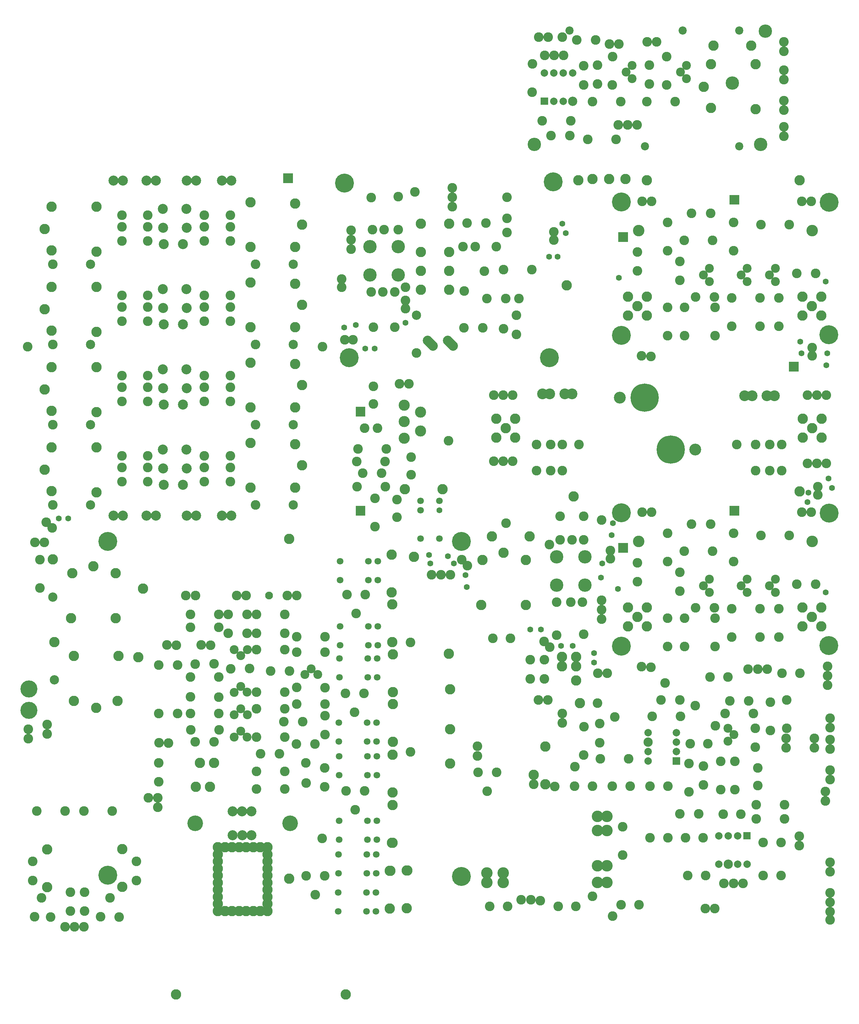
<source format=gbr>
%FSLAX34Y34*%
%MOMM*%
%LNSOLDERMASK_TOP*%
G71*
G01*
%ADD10C,2.600*%
%ADD11C,2.400*%
%ADD12C,2.800*%
%ADD13C,2.600*%
%ADD14C,5.100*%
%ADD15C,1.600*%
%ADD16C,3.100*%
%ADD17C,7.600*%
%ADD18C,3.200*%
%ADD19C,2.900*%
%ADD20C,2.600*%
%ADD21C,2.600*%
%ADD22C,2.400*%
%ADD23C,2.500*%
%ADD24C,2.600*%
%ADD25C,3.600*%
%ADD26C,2.800*%
%ADD27C,3.000*%
%ADD28C,1.800*%
%ADD29C,1.600*%
%ADD30C,2.000*%
%ADD31C,2.500*%
%ADD32C,2.700*%
%ADD33C,2.700*%
%ADD34C,4.600*%
%ADD35C,4.600*%
%ADD36C,4.200*%
%ADD37C,2.700*%
%ADD38C,2.800*%
%ADD39C,2.100*%
%ADD40C,2.200*%
%ADD41C,3.600*%
%LPD*%
X1323875Y1633344D02*
G54D10*
D03*
X1323925Y1709594D02*
G54D10*
D03*
X1242881Y1629944D02*
G54D10*
D03*
X1242994Y1578963D02*
G54D10*
D03*
X1357181Y1604544D02*
G54D10*
D03*
X1357293Y1553564D02*
G54D10*
D03*
X1323891Y1404744D02*
G54D10*
D03*
X1323941Y1480994D02*
G54D10*
D03*
X1444612Y1661358D02*
G54D10*
D03*
X1368362Y1661408D02*
G54D10*
D03*
X1369571Y1480994D02*
G54D10*
D03*
X1369521Y1404744D02*
G54D10*
D03*
X1501674Y1633343D02*
G54D10*
D03*
X1501724Y1709593D02*
G54D10*
D03*
X1399006Y1508828D02*
G54D10*
D03*
X1496571Y1506394D02*
G54D10*
D03*
X1496521Y1430144D02*
G54D10*
D03*
X1572771Y1506394D02*
G54D10*
D03*
X1572721Y1430144D02*
G54D10*
D03*
X1623571Y1506394D02*
G54D10*
D03*
X1623521Y1430144D02*
G54D10*
D03*
X1723042Y1572439D02*
G54D10*
D03*
X1672062Y1572326D02*
G54D10*
D03*
X1651588Y1703162D02*
G54D10*
D03*
X1575338Y1703212D02*
G54D10*
D03*
X1685620Y1766144D02*
G54D10*
D03*
X1711120Y1766144D02*
G54D10*
D03*
X1253821Y1350220D02*
G54D10*
D03*
X1436246Y1585769D02*
G54D11*
D03*
X1420346Y1568194D02*
G54D11*
D03*
X1436280Y1550578D02*
G54D11*
D03*
X1537846Y1585769D02*
G54D11*
D03*
X1521946Y1568194D02*
G54D11*
D03*
X1537880Y1550578D02*
G54D11*
D03*
X1614046Y1585769D02*
G54D11*
D03*
X1598146Y1568194D02*
G54D11*
D03*
X1614080Y1550578D02*
G54D11*
D03*
X1217146Y1509669D02*
G54D12*
D03*
X1267946Y1509669D02*
G54D12*
D03*
X1242546Y1484269D02*
G54D12*
D03*
X1267946Y1458869D02*
G54D12*
D03*
X1217146Y1458869D02*
G54D12*
D03*
X1687046Y1509669D02*
G54D12*
D03*
X1737846Y1509669D02*
G54D12*
D03*
X1712446Y1484269D02*
G54D12*
D03*
X1737846Y1458869D02*
G54D12*
D03*
X1687046Y1458869D02*
G54D12*
D03*
X1388572Y1733978D02*
G54D10*
D03*
X1439552Y1734091D02*
G54D10*
D03*
X1323891Y1404744D02*
G54D13*
D03*
X1199470Y1764362D02*
G54D14*
D03*
X1449806Y1508828D02*
G54D10*
D03*
X1452121Y1480994D02*
G54D10*
D03*
X1452071Y1404744D02*
G54D10*
D03*
X1255621Y1766144D02*
G54D10*
D03*
X1281121Y1766144D02*
G54D10*
D03*
G36*
X1191019Y1683317D02*
X1217019Y1683317D01*
X1217019Y1657317D01*
X1191019Y1657317D01*
X1191019Y1683317D01*
G37*
G36*
X1491019Y1783317D02*
X1517019Y1783317D01*
X1517019Y1757317D01*
X1491019Y1757317D01*
X1491019Y1783317D01*
G37*
X1192346Y1560369D02*
G54D15*
D03*
X1369521Y1404744D02*
G54D13*
D03*
X1452071Y1404744D02*
G54D13*
D03*
X1496521Y1430144D02*
G54D13*
D03*
X1572721Y1430144D02*
G54D13*
D03*
X1759302Y1763569D02*
G54D14*
D03*
X1199470Y1405588D02*
G54D14*
D03*
X1758666Y1407175D02*
G54D14*
D03*
X1278924Y1349028D02*
G54D10*
D03*
X1749946Y1549969D02*
G54D15*
D03*
X1249496Y1687369D02*
G54D15*
D03*
X1246320Y1687370D02*
G54D16*
D03*
X1713045Y1687370D02*
G54D16*
D03*
X1332096Y1098128D02*
G54D17*
D03*
X1262246Y1237828D02*
G54D17*
D03*
X1195571Y1237828D02*
G54D18*
D03*
X1398771Y1098128D02*
G54D18*
D03*
X986696Y1247928D02*
G54D19*
D03*
X1066696Y1247928D02*
G54D20*
D03*
X1531696Y1242928D02*
G54D20*
D03*
X1611696Y1242928D02*
G54D20*
D03*
X1066696Y1247928D02*
G54D19*
D03*
X1531696Y1242928D02*
G54D19*
D03*
X1611696Y1242928D02*
G54D12*
D03*
X1006696Y1247928D02*
G54D19*
D03*
X1046696Y1247928D02*
G54D19*
D03*
X1551696Y1242928D02*
G54D19*
D03*
X1591696Y1242928D02*
G54D19*
D03*
X862271Y1130328D02*
G54D12*
D03*
X862271Y1181128D02*
G54D12*
D03*
X887671Y1155728D02*
G54D12*
D03*
X913071Y1181128D02*
G54D12*
D03*
X913071Y1130328D02*
G54D12*
D03*
X862271Y1130328D02*
G54D21*
D03*
X913071Y1130328D02*
G54D13*
D03*
X1687771Y1130328D02*
G54D12*
D03*
X1687771Y1181128D02*
G54D12*
D03*
X1713171Y1155728D02*
G54D12*
D03*
X1738571Y1181128D02*
G54D12*
D03*
X1738571Y1130328D02*
G54D12*
D03*
X1687771Y1130328D02*
G54D21*
D03*
X1738571Y1130328D02*
G54D13*
D03*
G36*
X1650996Y1308478D02*
X1650996Y1334478D01*
X1676996Y1334478D01*
X1676996Y1308478D01*
X1650996Y1308478D01*
G37*
X1561228Y1041691D02*
G54D10*
D03*
X1561228Y1111541D02*
G54D10*
D03*
X1631078Y1041691D02*
G54D10*
D03*
X1631078Y1111541D02*
G54D10*
D03*
X1599328Y1111541D02*
G54D10*
D03*
X1599328Y1041691D02*
G54D10*
D03*
X1631079Y1041691D02*
G54D13*
D03*
X1631079Y1111541D02*
G54D13*
D03*
X970678Y1041691D02*
G54D10*
D03*
X970678Y1111541D02*
G54D10*
D03*
X1040528Y1041691D02*
G54D10*
D03*
X1040528Y1111542D02*
G54D10*
D03*
X1008778Y1111542D02*
G54D10*
D03*
X1008778Y1041692D02*
G54D10*
D03*
X1040529Y1041691D02*
G54D13*
D03*
X1040529Y1111542D02*
G54D13*
D03*
X1611696Y1242928D02*
G54D19*
D03*
X1084979Y1111541D02*
G54D21*
D03*
X1510429Y1111541D02*
G54D21*
D03*
X1751371Y1060503D02*
G54D21*
D03*
X1725971Y1060503D02*
G54D21*
D03*
X1700571Y1060503D02*
G54D21*
D03*
X906821Y1244653D02*
G54D21*
D03*
X881421Y1244653D02*
G54D21*
D03*
X856021Y1244653D02*
G54D21*
D03*
X1751371Y1244653D02*
G54D21*
D03*
X1725971Y1244653D02*
G54D21*
D03*
X1700571Y1244653D02*
G54D21*
D03*
X906821Y1066854D02*
G54D21*
D03*
X881421Y1066854D02*
G54D21*
D03*
X856021Y1066854D02*
G54D21*
D03*
X862271Y1181128D02*
G54D13*
D03*
X913071Y1181128D02*
G54D13*
D03*
X1687771Y1130328D02*
G54D13*
D03*
X1687771Y1181128D02*
G54D13*
D03*
X1738571Y1181128D02*
G54D13*
D03*
X1738571Y1130328D02*
G54D13*
D03*
X1323875Y796732D02*
G54D10*
D03*
X1323925Y872982D02*
G54D10*
D03*
X1242881Y793332D02*
G54D10*
D03*
X1242994Y742351D02*
G54D10*
D03*
X1357181Y767932D02*
G54D10*
D03*
X1357293Y716951D02*
G54D10*
D03*
X1323891Y568132D02*
G54D10*
D03*
X1323941Y644382D02*
G54D10*
D03*
X1444612Y824746D02*
G54D10*
D03*
X1368362Y824796D02*
G54D10*
D03*
X1369571Y644382D02*
G54D10*
D03*
X1369521Y568132D02*
G54D10*
D03*
X1501674Y796731D02*
G54D10*
D03*
X1501724Y872981D02*
G54D10*
D03*
X1399006Y672216D02*
G54D10*
D03*
X1496571Y669782D02*
G54D10*
D03*
X1496521Y593532D02*
G54D10*
D03*
X1572771Y669782D02*
G54D10*
D03*
X1572721Y593532D02*
G54D10*
D03*
X1623571Y669782D02*
G54D10*
D03*
X1623521Y593532D02*
G54D10*
D03*
X1723042Y735826D02*
G54D10*
D03*
X1672062Y735714D02*
G54D10*
D03*
X1651588Y866550D02*
G54D10*
D03*
X1575338Y866600D02*
G54D10*
D03*
X1685620Y929532D02*
G54D10*
D03*
X1711120Y929532D02*
G54D10*
D03*
X1253821Y513607D02*
G54D10*
D03*
X1436246Y749157D02*
G54D11*
D03*
X1420346Y731582D02*
G54D11*
D03*
X1436280Y713966D02*
G54D11*
D03*
X1537846Y749157D02*
G54D11*
D03*
X1521946Y731582D02*
G54D11*
D03*
X1537880Y713966D02*
G54D11*
D03*
X1614046Y749157D02*
G54D11*
D03*
X1598146Y731582D02*
G54D11*
D03*
X1614080Y713966D02*
G54D11*
D03*
X1217146Y673057D02*
G54D12*
D03*
X1267946Y673057D02*
G54D12*
D03*
X1242546Y647657D02*
G54D12*
D03*
X1267946Y622257D02*
G54D12*
D03*
X1217146Y622257D02*
G54D12*
D03*
X1687046Y673057D02*
G54D12*
D03*
X1737846Y673057D02*
G54D12*
D03*
X1712446Y647657D02*
G54D12*
D03*
X1737846Y622257D02*
G54D12*
D03*
X1687046Y622257D02*
G54D12*
D03*
X1388572Y897366D02*
G54D10*
D03*
X1439552Y897478D02*
G54D10*
D03*
X1323891Y568132D02*
G54D13*
D03*
X1199470Y927750D02*
G54D14*
D03*
X1449806Y672216D02*
G54D10*
D03*
X1452121Y644382D02*
G54D10*
D03*
X1452071Y568132D02*
G54D10*
D03*
X1255621Y929532D02*
G54D10*
D03*
X1281121Y929532D02*
G54D10*
D03*
G36*
X1191019Y846705D02*
X1217019Y846705D01*
X1217019Y820705D01*
X1191019Y820705D01*
X1191019Y846705D01*
G37*
G36*
X1491019Y946705D02*
X1517019Y946705D01*
X1517019Y920705D01*
X1491019Y920705D01*
X1491019Y946705D01*
G37*
X1369521Y568132D02*
G54D13*
D03*
X1452071Y568132D02*
G54D13*
D03*
X1496521Y593532D02*
G54D13*
D03*
X1572721Y593532D02*
G54D13*
D03*
X1759302Y926957D02*
G54D14*
D03*
X1199470Y568975D02*
G54D14*
D03*
X1758666Y570562D02*
G54D14*
D03*
X1278924Y512416D02*
G54D10*
D03*
X1749946Y713357D02*
G54D15*
D03*
X1249496Y850757D02*
G54D15*
D03*
X1246320Y850757D02*
G54D16*
D03*
X1713045Y850757D02*
G54D16*
D03*
X522446Y1567829D02*
G54D22*
D03*
X598646Y1567829D02*
G54D22*
D03*
X598646Y1644029D02*
G54D22*
D03*
X522446Y1644029D02*
G54D22*
D03*
X598558Y1779052D02*
G54D10*
D03*
X598558Y1690152D02*
G54D10*
D03*
X560458Y1690152D02*
G54D10*
D03*
X528708Y1690152D02*
G54D10*
D03*
X588914Y1427262D02*
G54D10*
D03*
X525415Y1522512D02*
G54D10*
D03*
X557164Y1522512D02*
G54D10*
D03*
X588914Y1522512D02*
G54D10*
D03*
X617397Y1534800D02*
G54D10*
D03*
X525414Y1776512D02*
G54D10*
D03*
X643008Y1791752D02*
G54D10*
D03*
X805436Y1644062D02*
G54D10*
D03*
X862586Y1644062D02*
G54D10*
D03*
X891286Y1720262D02*
G54D10*
D03*
X891286Y1777412D02*
G54D10*
D03*
X830236Y1578439D02*
G54D10*
D03*
X776284Y1524558D02*
G54D10*
D03*
X830236Y1578439D02*
G54D13*
D03*
X958012Y1582490D02*
G54D10*
D03*
X881762Y1582540D02*
G54D10*
D03*
X958012Y1582491D02*
G54D13*
D03*
X837186Y1504362D02*
G54D10*
D03*
X887986Y1504362D02*
G54D10*
D03*
X887986Y1504362D02*
G54D10*
D03*
X916593Y1408256D02*
G54D10*
D03*
X916481Y1459237D02*
G54D10*
D03*
X916593Y1408256D02*
G54D10*
D03*
X891286Y1682162D02*
G54D10*
D03*
X923036Y1504362D02*
G54D10*
D03*
X772416Y1644062D02*
G54D10*
D03*
X783336Y1707562D02*
G54D10*
D03*
X834136Y1707562D02*
G54D10*
D03*
X659640Y1706068D02*
G54D12*
D03*
X735840Y1706068D02*
G54D12*
D03*
X659640Y1629868D02*
G54D12*
D03*
X659640Y1579068D02*
G54D12*
D03*
X659640Y1528268D02*
G54D12*
D03*
X735840Y1629868D02*
G54D12*
D03*
X735840Y1579068D02*
G54D12*
D03*
X735840Y1528268D02*
G54D12*
D03*
X647139Y1357705D02*
G54D23*
D03*
X647139Y1459305D02*
G54D23*
D03*
X647139Y1357705D02*
G54D13*
D03*
X735840Y1706068D02*
G54D10*
D03*
X882091Y1423264D02*
G54D10*
D03*
X825871Y1425509D02*
G54D10*
D03*
X825871Y1425509D02*
G54D10*
D03*
X775071Y1425509D02*
G54D10*
D03*
G54D24*
X745255Y1377787D02*
X731113Y1391929D01*
G54D24*
X691280Y1377787D02*
X677138Y1391929D01*
X471046Y1688163D02*
G54D21*
D03*
X471046Y1662763D02*
G54D21*
D03*
X471046Y1637363D02*
G54D21*
D03*
X744096Y1802463D02*
G54D21*
D03*
X744096Y1777063D02*
G54D21*
D03*
X744096Y1751663D02*
G54D21*
D03*
X522446Y1644028D02*
G54D25*
D03*
X522446Y1567829D02*
G54D25*
D03*
X598646Y1567829D02*
G54D25*
D03*
X598646Y1644029D02*
G54D25*
D03*
X1100924Y809627D02*
G54D22*
D03*
X1024724Y809627D02*
G54D22*
D03*
X1024724Y733427D02*
G54D22*
D03*
X1100924Y733427D02*
G54D22*
D03*
X1024812Y598404D02*
G54D10*
D03*
X1024812Y687304D02*
G54D10*
D03*
X1062912Y687304D02*
G54D10*
D03*
X1094662Y687304D02*
G54D10*
D03*
X1097956Y918444D02*
G54D10*
D03*
X1034456Y918444D02*
G54D10*
D03*
X1097955Y854944D02*
G54D10*
D03*
X1066206Y854944D02*
G54D10*
D03*
X1034456Y854944D02*
G54D10*
D03*
X1005973Y842655D02*
G54D10*
D03*
X1097956Y600944D02*
G54D10*
D03*
X1145974Y641668D02*
G54D21*
D03*
X1145974Y667068D02*
G54D21*
D03*
X1145974Y692468D02*
G54D21*
D03*
X1145974Y908368D02*
G54D21*
D03*
X1100924Y733427D02*
G54D25*
D03*
X1100924Y809627D02*
G54D25*
D03*
X1024724Y809627D02*
G54D25*
D03*
X1024724Y733427D02*
G54D25*
D03*
X821716Y680046D02*
G54D12*
D03*
X824890Y800696D02*
G54D12*
D03*
X942366Y680046D02*
G54D12*
D03*
X942366Y800696D02*
G54D12*
D03*
X882041Y820159D02*
G54D12*
D03*
X824890Y800696D02*
G54D26*
D03*
X850737Y864278D02*
G54D12*
D03*
X952337Y864277D02*
G54D12*
D03*
X1039637Y540138D02*
G54D12*
D03*
X1039637Y514738D02*
G54D12*
D03*
X1077737Y514738D02*
G54D12*
D03*
X1077737Y476638D02*
G54D12*
D03*
X992232Y532131D02*
G54D10*
D03*
X992345Y481150D02*
G54D10*
D03*
X992232Y532130D02*
G54D10*
D03*
X992344Y481150D02*
G54D10*
D03*
X954132Y532131D02*
G54D10*
D03*
X954244Y481150D02*
G54D10*
D03*
X954132Y532130D02*
G54D10*
D03*
X954244Y481150D02*
G54D10*
D03*
X1077737Y540138D02*
G54D12*
D03*
X888704Y900087D02*
G54D10*
D03*
X850737Y864278D02*
G54D12*
D03*
X658695Y1198576D02*
G54D27*
D03*
X658695Y1147776D02*
G54D27*
D03*
X614245Y1173176D02*
G54D27*
D03*
X614245Y1128726D02*
G54D27*
D03*
X614245Y1217626D02*
G54D27*
D03*
X626945Y1274776D02*
G54D10*
D03*
X601545Y1274776D02*
G54D10*
D03*
X565860Y1100151D02*
G54D10*
D03*
X489610Y1100201D02*
G54D10*
D03*
X486918Y1065891D02*
G54D10*
D03*
X563168Y1065841D02*
G54D10*
D03*
X502852Y1034415D02*
G54D10*
D03*
X553832Y1034527D02*
G54D10*
D03*
X531695Y1268514D02*
G54D10*
D03*
X531695Y1220714D02*
G54D10*
D03*
X535305Y966890D02*
G54D10*
D03*
X535255Y890640D02*
G54D10*
D03*
X595195Y915826D02*
G54D10*
D03*
X595195Y963626D02*
G54D10*
D03*
X507751Y1155670D02*
G54D10*
D03*
X542851Y1155670D02*
G54D10*
D03*
X633295Y1030126D02*
G54D10*
D03*
X633295Y1077926D02*
G54D10*
D03*
X486973Y998244D02*
G54D10*
D03*
X563223Y998194D02*
G54D10*
D03*
X734170Y1121821D02*
G54D10*
D03*
X486918Y1065892D02*
G54D10*
D03*
X486973Y998244D02*
G54D10*
D03*
X595195Y915826D02*
G54D10*
D03*
X535255Y890640D02*
G54D10*
D03*
G36*
X509645Y1212846D02*
X509645Y1186846D01*
X483645Y1186846D01*
X483645Y1212846D01*
X509645Y1212846D01*
G37*
G36*
X509645Y946146D02*
X509645Y920146D01*
X483645Y920146D01*
X483645Y946146D01*
X509645Y946146D01*
G37*
X709495Y960364D02*
G54D28*
D03*
X709495Y934964D02*
G54D29*
D03*
X658695Y960364D02*
G54D29*
D03*
X658695Y934964D02*
G54D28*
D03*
X709495Y858764D02*
G54D29*
D03*
X658695Y858764D02*
G54D29*
D03*
X616277Y991130D02*
G54D12*
D03*
X717877Y991130D02*
G54D12*
D03*
X616277Y991130D02*
G54D12*
D03*
X739091Y761156D02*
G54D21*
D03*
X713691Y761156D02*
G54D21*
D03*
X688291Y761156D02*
G54D21*
D03*
X658695Y960364D02*
G54D28*
D03*
X709495Y858764D02*
G54D28*
D03*
X658695Y858764D02*
G54D28*
D03*
G36*
X1337608Y250026D02*
X1337608Y270026D01*
X1357608Y270026D01*
X1357608Y250026D01*
X1337608Y250026D01*
G37*
X1347608Y285426D02*
G54D30*
D03*
X1347608Y310826D02*
G54D30*
D03*
X1347608Y336226D02*
G54D30*
D03*
X1271408Y336226D02*
G54D30*
D03*
X1271408Y310826D02*
G54D30*
D03*
X1271409Y285426D02*
G54D30*
D03*
X1271408Y260026D02*
G54D30*
D03*
X1271408Y310826D02*
G54D31*
D03*
X1643358Y295388D02*
G54D10*
D03*
X1643358Y320887D02*
G54D10*
D03*
X1073369Y192051D02*
G54D10*
D03*
X1098264Y275636D02*
G54D10*
D03*
X1098314Y351886D02*
G54D10*
D03*
X963072Y197044D02*
G54D10*
D03*
X963072Y222544D02*
G54D10*
D03*
X1505329Y259328D02*
G54D10*
D03*
X1505278Y183078D02*
G54D10*
D03*
X1505329Y259328D02*
G54D10*
D03*
X1567213Y241394D02*
G54D10*
D03*
X1567213Y193594D02*
G54D10*
D03*
X1467228Y259328D02*
G54D10*
D03*
X1467178Y183078D02*
G54D10*
D03*
X1467229Y259328D02*
G54D10*
D03*
X1486884Y313101D02*
G54D11*
D03*
X1502784Y330676D02*
G54D11*
D03*
X1486849Y348292D02*
G54D11*
D03*
X1560257Y347894D02*
G54D10*
D03*
X1560369Y296914D02*
G54D10*
D03*
X1560257Y347894D02*
G54D10*
D03*
X1555327Y388022D02*
G54D10*
D03*
X1479077Y388072D02*
G54D10*
D03*
X1555327Y388022D02*
G54D10*
D03*
X1542294Y421994D02*
G54D10*
D03*
X1491314Y421882D02*
G54D10*
D03*
X1542294Y421994D02*
G54D10*
D03*
X1420557Y246294D02*
G54D10*
D03*
X1420669Y195314D02*
G54D10*
D03*
X1420557Y246294D02*
G54D10*
D03*
X1567213Y241394D02*
G54D10*
D03*
X1555327Y388022D02*
G54D10*
D03*
X1542294Y421994D02*
G54D10*
D03*
X1600579Y418078D02*
G54D10*
D03*
X1600529Y341828D02*
G54D10*
D03*
X1600579Y418078D02*
G54D10*
D03*
X1600579Y418078D02*
G54D10*
D03*
X1420557Y246295D02*
G54D10*
D03*
X1384519Y306351D02*
G54D10*
D03*
X1432319Y306351D02*
G54D10*
D03*
X1398763Y408750D02*
G54D10*
D03*
X1452645Y354798D02*
G54D10*
D03*
X1398764Y408750D02*
G54D10*
D03*
X1398764Y408750D02*
G54D10*
D03*
X1358702Y379851D02*
G54D10*
D03*
X1282452Y379901D02*
G54D10*
D03*
X1306205Y423777D02*
G54D10*
D03*
X1357186Y423889D02*
G54D10*
D03*
X1306206Y423776D02*
G54D10*
D03*
X1358702Y379851D02*
G54D10*
D03*
X1357186Y423889D02*
G54D10*
D03*
X1174969Y192051D02*
G54D10*
D03*
X1222769Y192051D02*
G54D10*
D03*
X1073369Y192051D02*
G54D10*
D03*
X1121169Y192051D02*
G54D10*
D03*
X1276569Y192052D02*
G54D10*
D03*
X1324369Y192051D02*
G54D10*
D03*
X1276569Y192052D02*
G54D10*
D03*
X1381504Y252978D02*
G54D10*
D03*
X1381454Y176728D02*
G54D10*
D03*
X1381504Y252978D02*
G54D10*
D03*
X1219002Y265551D02*
G54D10*
D03*
X1142752Y265601D02*
G54D10*
D03*
X1219002Y265551D02*
G54D10*
D03*
X1141423Y309425D02*
G54D10*
D03*
X1141311Y360405D02*
G54D10*
D03*
X1141423Y309426D02*
G54D10*
D03*
X1141311Y360406D02*
G54D10*
D03*
X1181684Y378301D02*
G54D10*
D03*
X1087668Y415719D02*
G54D10*
D03*
X1135468Y415719D02*
G54D10*
D03*
X1098264Y275636D02*
G54D10*
D03*
X1074146Y244838D02*
G54D10*
D03*
X1020194Y190957D02*
G54D10*
D03*
X1074146Y244838D02*
G54D10*
D03*
X1644970Y424332D02*
G54D10*
D03*
X1087668Y415719D02*
G54D12*
D03*
X994794Y298906D02*
G54D12*
D03*
X994793Y197307D02*
G54D12*
D03*
X994794Y298906D02*
G54D12*
D03*
X963072Y222544D02*
G54D12*
D03*
X1644970Y424332D02*
G54D10*
D03*
X1644920Y348082D02*
G54D10*
D03*
X1644971Y424332D02*
G54D10*
D03*
X1644970Y424332D02*
G54D10*
D03*
X1600579Y418078D02*
G54D10*
D03*
X1542294Y421994D02*
G54D10*
D03*
X1555327Y388022D02*
G54D10*
D03*
X1398763Y408750D02*
G54D10*
D03*
X1358702Y379851D02*
G54D10*
D03*
X1357186Y423889D02*
G54D10*
D03*
X1567213Y241394D02*
G54D10*
D03*
X1181684Y378301D02*
G54D10*
D03*
X1276569Y192052D02*
G54D10*
D03*
X1073369Y192051D02*
G54D10*
D03*
X1074146Y244838D02*
G54D10*
D03*
X1098264Y275636D02*
G54D10*
D03*
X994794Y298906D02*
G54D10*
D03*
X1719608Y295337D02*
G54D10*
D03*
X1643358Y295388D02*
G54D10*
D03*
X1719608Y320837D02*
G54D10*
D03*
X1643358Y320887D02*
G54D10*
D03*
X-76296Y1011677D02*
G54D10*
D03*
X-146146Y1011677D02*
G54D10*
D03*
X-76296Y1081527D02*
G54D10*
D03*
X-146146Y1081527D02*
G54D10*
D03*
X-146146Y1049777D02*
G54D10*
D03*
X-76296Y1049777D02*
G54D10*
D03*
X-32888Y1002906D02*
G54D32*
D03*
X18094Y1003018D02*
G54D32*
D03*
X145954Y1011677D02*
G54D10*
D03*
X76104Y1011677D02*
G54D10*
D03*
X145954Y1081527D02*
G54D10*
D03*
X76104Y1081527D02*
G54D10*
D03*
X76104Y1049777D02*
G54D10*
D03*
X145954Y1049777D02*
G54D10*
D03*
X28177Y1047004D02*
G54D10*
D03*
X28064Y1097984D02*
G54D10*
D03*
X-35323Y1047004D02*
G54D10*
D03*
X-35436Y1097984D02*
G54D10*
D03*
X145954Y1081527D02*
G54D13*
D03*
X76104Y1081527D02*
G54D13*
D03*
X28064Y1097985D02*
G54D33*
D03*
X-35436Y1097985D02*
G54D13*
D03*
X-76296Y1081527D02*
G54D13*
D03*
X-146146Y1081527D02*
G54D13*
D03*
X-35323Y1047004D02*
G54D32*
D03*
X-35436Y1097984D02*
G54D32*
D03*
X28064Y1097984D02*
G54D32*
D03*
X28177Y1047004D02*
G54D32*
D03*
X200167Y1115969D02*
G54D12*
D03*
X320817Y1112795D02*
G54D12*
D03*
X200167Y995319D02*
G54D12*
D03*
X320817Y995319D02*
G54D12*
D03*
X339630Y1055644D02*
G54D12*
D03*
X213674Y949040D02*
G54D23*
D03*
X315274Y949040D02*
G54D23*
D03*
X320817Y1112795D02*
G54D12*
D03*
X-214828Y983230D02*
G54D12*
D03*
X-335478Y986404D02*
G54D12*
D03*
X-214828Y1103881D02*
G54D12*
D03*
X-335478Y1103881D02*
G54D12*
D03*
X-354290Y1043556D02*
G54D12*
D03*
X-335477Y986404D02*
G54D12*
D03*
X-335478Y1103881D02*
G54D12*
D03*
X-332426Y949040D02*
G54D23*
D03*
X-230826Y949040D02*
G54D23*
D03*
X213674Y949040D02*
G54D10*
D03*
X-332426Y949040D02*
G54D10*
D03*
X-76296Y1227577D02*
G54D10*
D03*
X-146146Y1227577D02*
G54D10*
D03*
X-76296Y1297427D02*
G54D10*
D03*
X-146146Y1297427D02*
G54D10*
D03*
X-146146Y1265677D02*
G54D10*
D03*
X-76296Y1265677D02*
G54D10*
D03*
X-32888Y1218806D02*
G54D32*
D03*
X18094Y1218918D02*
G54D32*
D03*
X145954Y1227577D02*
G54D10*
D03*
X76104Y1227577D02*
G54D10*
D03*
X145954Y1297427D02*
G54D10*
D03*
X76104Y1297427D02*
G54D10*
D03*
X76104Y1265677D02*
G54D10*
D03*
X145954Y1265677D02*
G54D10*
D03*
X28177Y1262904D02*
G54D10*
D03*
X28064Y1313884D02*
G54D10*
D03*
X-35323Y1262904D02*
G54D10*
D03*
X-35436Y1313884D02*
G54D10*
D03*
X145954Y1297427D02*
G54D13*
D03*
X76104Y1297427D02*
G54D13*
D03*
X28064Y1313885D02*
G54D33*
D03*
X-35436Y1313885D02*
G54D13*
D03*
X-76296Y1297427D02*
G54D13*
D03*
X-146146Y1297427D02*
G54D13*
D03*
X-35323Y1262904D02*
G54D32*
D03*
X-35436Y1313884D02*
G54D32*
D03*
X28064Y1313884D02*
G54D32*
D03*
X28177Y1262904D02*
G54D32*
D03*
X200167Y1331869D02*
G54D12*
D03*
X320817Y1328695D02*
G54D12*
D03*
X200167Y1211219D02*
G54D12*
D03*
X320817Y1211219D02*
G54D12*
D03*
X339630Y1271544D02*
G54D12*
D03*
X213674Y1164940D02*
G54D23*
D03*
X315274Y1164940D02*
G54D23*
D03*
X320817Y1328695D02*
G54D12*
D03*
X-214828Y1199130D02*
G54D12*
D03*
X-335478Y1202304D02*
G54D12*
D03*
X-214828Y1319780D02*
G54D12*
D03*
X-335478Y1319780D02*
G54D12*
D03*
X-354290Y1259456D02*
G54D12*
D03*
X-335477Y1202304D02*
G54D12*
D03*
X-335478Y1319780D02*
G54D12*
D03*
X-332426Y1164940D02*
G54D23*
D03*
X-230826Y1164940D02*
G54D23*
D03*
X213674Y1164940D02*
G54D10*
D03*
X-332426Y1164940D02*
G54D10*
D03*
X-76296Y1443477D02*
G54D10*
D03*
X-146146Y1443477D02*
G54D10*
D03*
X-76296Y1513327D02*
G54D10*
D03*
X-146146Y1513327D02*
G54D10*
D03*
X-146146Y1481577D02*
G54D10*
D03*
X-76296Y1481577D02*
G54D10*
D03*
X-32888Y1434706D02*
G54D32*
D03*
X18094Y1434818D02*
G54D32*
D03*
X145954Y1443477D02*
G54D10*
D03*
X76104Y1443477D02*
G54D10*
D03*
X145954Y1513327D02*
G54D10*
D03*
X76104Y1513327D02*
G54D10*
D03*
X76104Y1481577D02*
G54D10*
D03*
X145954Y1481577D02*
G54D10*
D03*
X28177Y1478804D02*
G54D10*
D03*
X28064Y1529784D02*
G54D10*
D03*
X-35323Y1478804D02*
G54D10*
D03*
X-35436Y1529784D02*
G54D10*
D03*
X145954Y1513327D02*
G54D13*
D03*
X76104Y1513327D02*
G54D13*
D03*
X28064Y1529785D02*
G54D33*
D03*
X-35436Y1529785D02*
G54D13*
D03*
X-76296Y1513327D02*
G54D13*
D03*
X-146146Y1513327D02*
G54D13*
D03*
X-35323Y1478804D02*
G54D32*
D03*
X-35436Y1529784D02*
G54D32*
D03*
X28064Y1529784D02*
G54D32*
D03*
X28177Y1478804D02*
G54D32*
D03*
X200167Y1547769D02*
G54D12*
D03*
X320817Y1544595D02*
G54D12*
D03*
X200167Y1427119D02*
G54D12*
D03*
X320817Y1427119D02*
G54D12*
D03*
X339630Y1487444D02*
G54D12*
D03*
X213674Y1380839D02*
G54D23*
D03*
X315274Y1380840D02*
G54D23*
D03*
X320817Y1544595D02*
G54D12*
D03*
X-214828Y1415030D02*
G54D12*
D03*
X-335477Y1418204D02*
G54D12*
D03*
X-214828Y1535680D02*
G54D12*
D03*
X-335478Y1535680D02*
G54D12*
D03*
X-354290Y1475356D02*
G54D12*
D03*
X-335477Y1418204D02*
G54D12*
D03*
X-335478Y1535680D02*
G54D12*
D03*
X-332426Y1380839D02*
G54D23*
D03*
X-230826Y1380840D02*
G54D23*
D03*
X213674Y1380840D02*
G54D10*
D03*
X-332426Y1380839D02*
G54D10*
D03*
X-76296Y1659377D02*
G54D10*
D03*
X-146146Y1659377D02*
G54D10*
D03*
X-76296Y1729227D02*
G54D10*
D03*
X-146146Y1729227D02*
G54D10*
D03*
X-146146Y1697477D02*
G54D10*
D03*
X-76296Y1697477D02*
G54D10*
D03*
X-32888Y1650606D02*
G54D32*
D03*
X18093Y1650718D02*
G54D32*
D03*
X145954Y1659377D02*
G54D10*
D03*
X76104Y1659377D02*
G54D10*
D03*
X145954Y1729227D02*
G54D10*
D03*
X76104Y1729227D02*
G54D10*
D03*
X76104Y1697477D02*
G54D10*
D03*
X145954Y1697477D02*
G54D10*
D03*
X28177Y1694704D02*
G54D10*
D03*
X28064Y1745684D02*
G54D10*
D03*
X-35323Y1694704D02*
G54D10*
D03*
X-35436Y1745684D02*
G54D10*
D03*
X145954Y1729227D02*
G54D13*
D03*
X76104Y1729227D02*
G54D13*
D03*
X28064Y1745685D02*
G54D33*
D03*
X-35436Y1745685D02*
G54D13*
D03*
X-76296Y1729227D02*
G54D13*
D03*
X-146146Y1729227D02*
G54D13*
D03*
X-35323Y1694704D02*
G54D32*
D03*
X-35436Y1745684D02*
G54D32*
D03*
X28064Y1745684D02*
G54D32*
D03*
X28177Y1694704D02*
G54D32*
D03*
X200167Y1763669D02*
G54D12*
D03*
X320817Y1760495D02*
G54D12*
D03*
X200167Y1643019D02*
G54D12*
D03*
X320817Y1643019D02*
G54D12*
D03*
X339630Y1703344D02*
G54D12*
D03*
X213674Y1596740D02*
G54D23*
D03*
X315274Y1596740D02*
G54D23*
D03*
X320817Y1760495D02*
G54D12*
D03*
X-214828Y1630930D02*
G54D12*
D03*
X-335478Y1634104D02*
G54D12*
D03*
X-214828Y1751580D02*
G54D12*
D03*
X-335478Y1751580D02*
G54D12*
D03*
X-354290Y1691256D02*
G54D12*
D03*
X-335477Y1634104D02*
G54D12*
D03*
X-335478Y1751580D02*
G54D12*
D03*
X-332426Y1596739D02*
G54D23*
D03*
X-230826Y1596740D02*
G54D23*
D03*
X213674Y1596740D02*
G54D10*
D03*
X-332426Y1596740D02*
G54D10*
D03*
X148828Y920004D02*
G54D32*
D03*
X148828Y920004D02*
G54D32*
D03*
X123427Y920004D02*
G54D32*
D03*
X53578Y920004D02*
G54D32*
D03*
X53578Y920004D02*
G54D32*
D03*
X28177Y920004D02*
G54D32*
D03*
X-54372Y920004D02*
G54D32*
D03*
X-54372Y920004D02*
G54D32*
D03*
X-79773Y920004D02*
G54D32*
D03*
X-143272Y920004D02*
G54D32*
D03*
X-143272Y920004D02*
G54D32*
D03*
X-168673Y920004D02*
G54D32*
D03*
X148828Y1821704D02*
G54D32*
D03*
X148828Y1821704D02*
G54D32*
D03*
X123427Y1821704D02*
G54D32*
D03*
X53578Y1821704D02*
G54D32*
D03*
X53578Y1821704D02*
G54D32*
D03*
X28177Y1821704D02*
G54D32*
D03*
X-54372Y1821704D02*
G54D32*
D03*
X-54372Y1821704D02*
G54D32*
D03*
X-79773Y1821704D02*
G54D32*
D03*
X-143272Y1821704D02*
G54D32*
D03*
X-143272Y1821704D02*
G54D32*
D03*
X-168673Y1821704D02*
G54D32*
D03*
X-399908Y1375174D02*
G54D21*
D03*
X393842Y1375174D02*
G54D21*
D03*
X1005794Y1345262D02*
G54D14*
D03*
X1015320Y1818338D02*
G54D14*
D03*
X1015320Y1818338D02*
G54D14*
D03*
X466044Y1345262D02*
G54D14*
D03*
X453344Y1815162D02*
G54D14*
D03*
X-155009Y542488D02*
G54D12*
D03*
X-158183Y421838D02*
G54D12*
D03*
X-275659Y542488D02*
G54D12*
D03*
X-275658Y421838D02*
G54D12*
D03*
X-215334Y403026D02*
G54D12*
D03*
X-396308Y396438D02*
G54D34*
D03*
X-283208Y644357D02*
G54D12*
D03*
X-280034Y765007D02*
G54D12*
D03*
X-162559Y644357D02*
G54D12*
D03*
X-162559Y765007D02*
G54D12*
D03*
X-222883Y784294D02*
G54D12*
D03*
X-328288Y579781D02*
G54D23*
D03*
X-328288Y478181D02*
G54D23*
D03*
X-328288Y579781D02*
G54D10*
D03*
X-328288Y579781D02*
G54D12*
D03*
X-332086Y802976D02*
G54D23*
D03*
X-332086Y701376D02*
G54D23*
D03*
X-332086Y802976D02*
G54D10*
D03*
X-332086Y802976D02*
G54D12*
D03*
X-158183Y421838D02*
G54D12*
D03*
X-162559Y765007D02*
G54D12*
D03*
X-396308Y453588D02*
G54D35*
D03*
X1071148Y971778D02*
G54D12*
D03*
X-280034Y765007D02*
G54D12*
D03*
X-162559Y765007D02*
G54D12*
D03*
X-183798Y850757D02*
G54D14*
D03*
X768702Y850757D02*
G54D14*
D03*
X-183798Y-47768D02*
G54D14*
D03*
X768702Y-50943D02*
G54D14*
D03*
X852757Y590438D02*
G54D10*
D03*
X900557Y590437D02*
G54D10*
D03*
X852757Y590438D02*
G54D10*
D03*
X1748654Y177997D02*
G54D21*
D03*
X1761354Y374847D02*
G54D21*
D03*
X1761354Y349447D02*
G54D21*
D03*
X1761354Y-12503D02*
G54D21*
D03*
X1761354Y-37903D02*
G54D21*
D03*
X1761354Y235147D02*
G54D21*
D03*
X1761354Y209747D02*
G54D21*
D03*
X-396308Y453588D02*
G54D10*
D03*
X734735Y548256D02*
G54D12*
D03*
X737910Y453006D02*
G54D12*
D03*
X737910Y345056D02*
G54D12*
D03*
X737910Y252981D02*
G54D12*
D03*
X307340Y92518D02*
G54D36*
D03*
X51641Y92418D02*
G54D36*
D03*
X152366Y124343D02*
G54D37*
D03*
X177740Y124218D02*
G54D37*
D03*
X203184Y124243D02*
G54D37*
D03*
X400446Y190602D02*
G54D10*
D03*
X400271Y241594D02*
G54D10*
D03*
X102516Y254468D02*
G54D38*
D03*
X53116Y190368D02*
G54D38*
D03*
X91115Y190368D02*
G54D38*
D03*
X64415Y254468D02*
G54D38*
D03*
X-46759Y203618D02*
G54D10*
D03*
X-46884Y254534D02*
G54D10*
D03*
X216766Y232193D02*
G54D10*
D03*
X293016Y232143D02*
G54D10*
D03*
X-49334Y135493D02*
G54D10*
D03*
X-49334Y160993D02*
G54D10*
D03*
X216766Y184568D02*
G54D10*
D03*
X293015Y184518D02*
G54D10*
D03*
X191366Y603668D02*
G54D10*
D03*
X140449Y603543D02*
G54D10*
D03*
X156440Y559218D02*
G54D11*
D03*
X174016Y543318D02*
G54D11*
D03*
X191632Y559253D02*
G54D11*
D03*
X162791Y705268D02*
G54D10*
D03*
X188216Y705318D02*
G54D10*
D03*
X216766Y559218D02*
G54D10*
D03*
X292941Y559218D02*
G54D10*
D03*
X38966Y619543D02*
G54D10*
D03*
X115216Y619493D02*
G54D10*
D03*
X197716Y508418D02*
G54D10*
D03*
X146799Y508293D02*
G54D10*
D03*
X191366Y444918D02*
G54D11*
D03*
X173766Y460818D02*
G54D11*
D03*
X156174Y444884D02*
G54D11*
D03*
X191740Y384518D02*
G54D11*
D03*
X173766Y400493D02*
G54D11*
D03*
X156174Y384558D02*
G54D11*
D03*
X216766Y444918D02*
G54D10*
D03*
X292941Y444918D02*
G54D10*
D03*
X191365Y324218D02*
G54D11*
D03*
X173766Y340168D02*
G54D11*
D03*
X156174Y324233D02*
G54D11*
D03*
X38965Y387768D02*
G54D10*
D03*
X115216Y387718D02*
G54D10*
D03*
X39174Y343589D02*
G54D10*
D03*
X115424Y343539D02*
G54D10*
D03*
X216766Y324268D02*
G54D10*
D03*
X293040Y324218D02*
G54D10*
D03*
X278086Y279478D02*
G54D10*
D03*
X227170Y279353D02*
G54D10*
D03*
X216766Y400468D02*
G54D10*
D03*
X293016Y400418D02*
G54D10*
D03*
X374041Y305618D02*
G54D21*
D03*
X349057Y254686D02*
G54D21*
D03*
X324158Y305732D02*
G54D21*
D03*
X381866Y492543D02*
G54D11*
D03*
X364065Y508343D02*
G54D11*
D03*
X346675Y492508D02*
G54D11*
D03*
X26265Y705268D02*
G54D10*
D03*
X51840Y705218D02*
G54D10*
D03*
X324716Y594143D02*
G54D10*
D03*
X400966Y594093D02*
G54D10*
D03*
X324716Y552868D02*
G54D10*
D03*
X400966Y552818D02*
G54D10*
D03*
X305666Y502068D02*
G54D10*
D03*
X254749Y501943D02*
G54D10*
D03*
X324716Y457618D02*
G54D10*
D03*
X400966Y457568D02*
G54D10*
D03*
X400866Y330593D02*
G54D10*
D03*
X400753Y381574D02*
G54D10*
D03*
X400915Y413168D02*
G54D10*
D03*
X324640Y413218D02*
G54D10*
D03*
X-24484Y571943D02*
G54D10*
D03*
X378Y571630D02*
G54D10*
D03*
X4040Y387768D02*
G54D10*
D03*
X-46934Y387618D02*
G54D10*
D03*
X38965Y432218D02*
G54D10*
D03*
X115216Y432168D02*
G54D10*
D03*
X102466Y311568D02*
G54D10*
D03*
X51490Y311418D02*
G54D10*
D03*
X-20934Y308418D02*
G54D10*
D03*
X-46234Y308718D02*
G54D10*
D03*
X4040Y517943D02*
G54D10*
D03*
X-46934Y517843D02*
G54D10*
D03*
X324716Y705268D02*
G54D10*
D03*
X299240Y705268D02*
G54D10*
D03*
X38965Y486193D02*
G54D10*
D03*
X115216Y486143D02*
G54D10*
D03*
X102440Y521143D02*
G54D10*
D03*
X51540Y520943D02*
G54D10*
D03*
X67540Y571918D02*
G54D10*
D03*
X92440Y571618D02*
G54D10*
D03*
X216765Y603668D02*
G54D10*
D03*
X292940Y603668D02*
G54D10*
D03*
X216766Y654468D02*
G54D10*
D03*
X292940Y654518D02*
G54D10*
D03*
X38940Y654518D02*
G54D10*
D03*
X115141Y654518D02*
G54D10*
D03*
X191366Y654468D02*
G54D10*
D03*
X140449Y654343D02*
G54D10*
D03*
X249990Y705268D02*
G54D39*
D03*
X290066Y365854D02*
G54D10*
D03*
X341046Y365966D02*
G54D10*
D03*
X350165Y200393D02*
G54D10*
D03*
X203240Y59918D02*
G54D37*
D03*
X177940Y60118D02*
G54D37*
D03*
X152453Y60050D02*
G54D37*
D03*
X540490Y48607D02*
G54D29*
D03*
X515090Y48607D02*
G54D29*
D03*
X540490Y99407D02*
G54D29*
D03*
X515090Y99407D02*
G54D29*
D03*
X438890Y48607D02*
G54D28*
D03*
X438890Y99407D02*
G54D29*
D03*
X583099Y39724D02*
G54D12*
D03*
X583099Y141324D02*
G54D12*
D03*
X581115Y39724D02*
G54D12*
D03*
X540490Y222042D02*
G54D29*
D03*
X515090Y222042D02*
G54D29*
D03*
X540490Y272842D02*
G54D29*
D03*
X515090Y272842D02*
G54D29*
D03*
X438890Y222042D02*
G54D29*
D03*
X438890Y272842D02*
G54D29*
D03*
X507390Y179412D02*
G54D21*
D03*
X482407Y128480D02*
G54D21*
D03*
X457508Y179526D02*
G54D21*
D03*
X542872Y571292D02*
G54D29*
D03*
X517472Y571292D02*
G54D29*
D03*
X542872Y622092D02*
G54D29*
D03*
X517472Y622092D02*
G54D29*
D03*
X441272Y571292D02*
G54D29*
D03*
X441272Y622092D02*
G54D29*
D03*
X542872Y746710D02*
G54D29*
D03*
X517472Y746710D02*
G54D29*
D03*
X542872Y797510D02*
G54D29*
D03*
X517472Y797510D02*
G54D29*
D03*
X441272Y746710D02*
G54D29*
D03*
X441272Y797510D02*
G54D29*
D03*
X509772Y708049D02*
G54D21*
D03*
X484788Y657117D02*
G54D21*
D03*
X459889Y708164D02*
G54D21*
D03*
X505803Y441746D02*
G54D21*
D03*
X480819Y390814D02*
G54D21*
D03*
X455920Y441860D02*
G54D21*
D03*
X541284Y484773D02*
G54D29*
D03*
X515884Y484773D02*
G54D29*
D03*
X541284Y535573D02*
G54D29*
D03*
X515884Y535573D02*
G54D29*
D03*
X439684Y484773D02*
G54D29*
D03*
X439684Y535573D02*
G54D29*
D03*
X539697Y312529D02*
G54D29*
D03*
X514297Y312529D02*
G54D29*
D03*
X539697Y363329D02*
G54D29*
D03*
X514297Y363329D02*
G54D29*
D03*
X438097Y312529D02*
G54D29*
D03*
X438097Y363329D02*
G54D29*
D03*
X583099Y175058D02*
G54D12*
D03*
X583099Y276658D02*
G54D12*
D03*
X583099Y175058D02*
G54D12*
D03*
X583496Y311186D02*
G54D12*
D03*
X583496Y412786D02*
G54D12*
D03*
X583496Y311186D02*
G54D12*
D03*
X583496Y445727D02*
G54D12*
D03*
X583496Y547326D02*
G54D12*
D03*
X583496Y445726D02*
G54D12*
D03*
X582305Y580268D02*
G54D12*
D03*
X582306Y681867D02*
G54D12*
D03*
X582306Y580267D02*
G54D12*
D03*
X580718Y713618D02*
G54D12*
D03*
X580718Y815217D02*
G54D12*
D03*
X580718Y713617D02*
G54D12*
D03*
X630991Y284580D02*
G54D21*
D03*
X630991Y579062D02*
G54D21*
D03*
X393660Y51218D02*
G54D21*
D03*
X438890Y99407D02*
G54D28*
D03*
X515090Y48607D02*
G54D28*
D03*
X540490Y48607D02*
G54D28*
D03*
X515090Y99407D02*
G54D28*
D03*
X540490Y99407D02*
G54D28*
D03*
X438890Y222042D02*
G54D28*
D03*
X438890Y272842D02*
G54D28*
D03*
X515090Y222042D02*
G54D28*
D03*
X540490Y222042D02*
G54D28*
D03*
X540490Y272842D02*
G54D28*
D03*
X515090Y272842D02*
G54D28*
D03*
X514297Y312529D02*
G54D28*
D03*
X539697Y312529D02*
G54D28*
D03*
X539697Y363329D02*
G54D28*
D03*
X514297Y363329D02*
G54D28*
D03*
X438097Y312529D02*
G54D28*
D03*
X438097Y363329D02*
G54D28*
D03*
X439684Y484773D02*
G54D28*
D03*
X515884Y484773D02*
G54D28*
D03*
X439684Y535573D02*
G54D28*
D03*
X515884Y535573D02*
G54D28*
D03*
X541284Y535573D02*
G54D28*
D03*
X541284Y484773D02*
G54D28*
D03*
X441272Y571292D02*
G54D28*
D03*
X441272Y622092D02*
G54D28*
D03*
X517472Y571292D02*
G54D28*
D03*
X542872Y571292D02*
G54D28*
D03*
X542872Y622092D02*
G54D28*
D03*
X517472Y622092D02*
G54D28*
D03*
X441272Y746710D02*
G54D28*
D03*
X441272Y797510D02*
G54D28*
D03*
X517472Y746710D02*
G54D28*
D03*
X542872Y746710D02*
G54D28*
D03*
X542872Y797510D02*
G54D28*
D03*
X517472Y797510D02*
G54D28*
D03*
X505803Y441746D02*
G54D21*
D03*
X509772Y708049D02*
G54D21*
D03*
X538506Y-145066D02*
G54D29*
D03*
X513106Y-145066D02*
G54D29*
D03*
X538506Y-94266D02*
G54D29*
D03*
X513106Y-94266D02*
G54D29*
D03*
X436906Y-145066D02*
G54D28*
D03*
X436906Y-94266D02*
G54D29*
D03*
X436906Y-94266D02*
G54D28*
D03*
X513106Y-145066D02*
G54D28*
D03*
X538506Y-145066D02*
G54D28*
D03*
X513106Y-94266D02*
G54D28*
D03*
X538506Y-94266D02*
G54D28*
D03*
X399837Y-49188D02*
G54D21*
D03*
X374854Y-100120D02*
G54D21*
D03*
X349955Y-49074D02*
G54D21*
D03*
X575254Y-35576D02*
G54D12*
D03*
X575254Y-137176D02*
G54D12*
D03*
X577238Y-35576D02*
G54D12*
D03*
X621292Y-34386D02*
G54D12*
D03*
X621292Y-135986D02*
G54D12*
D03*
X623276Y-34386D02*
G54D12*
D03*
X539300Y-42672D02*
G54D29*
D03*
X513900Y-42672D02*
G54D29*
D03*
X539299Y8128D02*
G54D29*
D03*
X513900Y8128D02*
G54D29*
D03*
X437700Y-42672D02*
G54D28*
D03*
X437699Y8128D02*
G54D29*
D03*
X437699Y8128D02*
G54D28*
D03*
X513900Y-42672D02*
G54D28*
D03*
X539300Y-42672D02*
G54D28*
D03*
X513900Y8128D02*
G54D28*
D03*
X539299Y8128D02*
G54D28*
D03*
X304800Y857250D02*
G54D12*
D03*
X304800Y-57150D02*
G54D12*
D03*
X112435Y-105794D02*
G54D12*
D03*
X112435Y-86744D02*
G54D12*
D03*
X112435Y-67694D02*
G54D12*
D03*
X112435Y-48644D02*
G54D12*
D03*
X112435Y-29594D02*
G54D12*
D03*
X112435Y-10544D02*
G54D12*
D03*
X112435Y8506D02*
G54D12*
D03*
X112435Y27556D02*
G54D12*
D03*
X112435Y-124844D02*
G54D12*
D03*
X112435Y-143894D02*
G54D12*
D03*
X245785Y-105794D02*
G54D12*
D03*
X245785Y-86744D02*
G54D12*
D03*
X245785Y-67694D02*
G54D12*
D03*
X245785Y-48644D02*
G54D12*
D03*
X245785Y-29594D02*
G54D12*
D03*
X245785Y-10544D02*
G54D12*
D03*
X245785Y8506D02*
G54D12*
D03*
X245785Y27556D02*
G54D12*
D03*
X245785Y-124844D02*
G54D12*
D03*
X245785Y-143894D02*
G54D12*
D03*
X150535Y-143894D02*
G54D12*
D03*
X169585Y-143894D02*
G54D12*
D03*
X188635Y-143894D02*
G54D12*
D03*
X207685Y-143894D02*
G54D12*
D03*
X226735Y-143894D02*
G54D12*
D03*
X131485Y-143894D02*
G54D12*
D03*
X112435Y-143894D02*
G54D12*
D03*
X245785Y-143894D02*
G54D12*
D03*
X150535Y27556D02*
G54D12*
D03*
X169585Y27556D02*
G54D12*
D03*
X188635Y27556D02*
G54D12*
D03*
X207685Y27556D02*
G54D12*
D03*
X226735Y27556D02*
G54D12*
D03*
X131485Y27556D02*
G54D12*
D03*
X112435Y27556D02*
G54D12*
D03*
X245785Y27556D02*
G54D12*
D03*
X-88900Y723900D02*
G54D12*
D03*
X640716Y809457D02*
G54D12*
D03*
X531764Y1427262D02*
G54D10*
D03*
X1001406Y423777D02*
G54D10*
D03*
X975831Y423828D02*
G54D10*
D03*
X1040512Y388062D02*
G54D10*
D03*
X1040462Y362487D02*
G54D10*
D03*
X1161115Y496055D02*
G54D10*
D03*
X1135540Y496106D02*
G54D10*
D03*
X1679053Y32210D02*
G54D10*
D03*
X1679054Y57709D02*
G54D10*
D03*
G36*
X1547706Y48700D02*
X1527706Y48700D01*
X1527706Y68700D01*
X1547706Y68700D01*
X1547706Y48700D01*
G37*
X1512306Y58700D02*
G54D30*
D03*
X1486906Y58700D02*
G54D30*
D03*
X1461506Y58700D02*
G54D30*
D03*
X1461506Y-17500D02*
G54D30*
D03*
X1486906Y-17500D02*
G54D30*
D03*
X1512306Y-17500D02*
G54D30*
D03*
X1537706Y-17500D02*
G54D30*
D03*
X1486906Y-17500D02*
G54D31*
D03*
X1451004Y-136803D02*
G54D10*
D03*
X1425504Y-136802D02*
G54D10*
D03*
X1475862Y-69424D02*
G54D10*
D03*
X1501362Y-69424D02*
G54D10*
D03*
X1501362Y-69424D02*
G54D10*
D03*
X1526862Y-69424D02*
G54D10*
D03*
X1629347Y-48628D02*
G54D10*
D03*
X1581547Y-48628D02*
G54D10*
D03*
X1426147Y-48628D02*
G54D10*
D03*
X1378347Y-48628D02*
G54D10*
D03*
X1629347Y40272D02*
G54D10*
D03*
X1581547Y40272D02*
G54D10*
D03*
X1638872Y103972D02*
G54D10*
D03*
X1562622Y104022D02*
G54D10*
D03*
X1638872Y142072D02*
G54D10*
D03*
X1562622Y142122D02*
G54D10*
D03*
X1638872Y142072D02*
G54D10*
D03*
X1521397Y116472D02*
G54D10*
D03*
X1473597Y116472D02*
G54D10*
D03*
X1371909Y52972D02*
G54D10*
D03*
X1419709Y52972D02*
G54D10*
D03*
X1407812Y117824D02*
G54D10*
D03*
X1356831Y117712D02*
G54D10*
D03*
X1407812Y117824D02*
G54D10*
D03*
X1276659Y52972D02*
G54D10*
D03*
X1324459Y52972D02*
G54D10*
D03*
X1638872Y142072D02*
G54D10*
D03*
X1748654Y152597D02*
G54D21*
D03*
X1761354Y317697D02*
G54D21*
D03*
X1761354Y292297D02*
G54D21*
D03*
X1755004Y514547D02*
G54D21*
D03*
X1755004Y489147D02*
G54D21*
D03*
X1755004Y463747D02*
G54D21*
D03*
X1202859Y6862D02*
G54D10*
D03*
X1202909Y83112D02*
G54D10*
D03*
X1160595Y110982D02*
G54D16*
D03*
X1160595Y72882D02*
G54D16*
D03*
X1160595Y-22368D02*
G54D16*
D03*
X1160595Y-66818D02*
G54D16*
D03*
X836745Y-66818D02*
G54D16*
D03*
X881195Y-66818D02*
G54D16*
D03*
X1135195Y110982D02*
G54D16*
D03*
X1135195Y72882D02*
G54D16*
D03*
X1135195Y-22368D02*
G54D16*
D03*
X1135195Y-66818D02*
G54D16*
D03*
X836745Y-41418D02*
G54D16*
D03*
X881195Y-41418D02*
G54D16*
D03*
X1198832Y-127112D02*
G54D10*
D03*
X1246632Y-127113D02*
G54D10*
D03*
X1198832Y-127112D02*
G54D10*
D03*
X862991Y229418D02*
G54D21*
D03*
X838007Y178486D02*
G54D21*
D03*
X813108Y229532D02*
G54D21*
D03*
X811908Y273852D02*
G54D10*
D03*
X811959Y299426D02*
G54D10*
D03*
X1121906Y-103770D02*
G54D10*
D03*
X1175787Y-157722D02*
G54D10*
D03*
X1761354Y-120453D02*
G54D21*
D03*
X1761354Y-168078D02*
G54D21*
D03*
X1761354Y-95053D02*
G54D21*
D03*
X1083848Y1822678D02*
G54D12*
D03*
X1679212Y1822509D02*
G54D12*
D03*
X1679212Y985896D02*
G54D12*
D03*
X1267998Y1822678D02*
G54D12*
D03*
X1166398Y1825853D02*
G54D12*
D03*
X844859Y-131178D02*
G54D10*
D03*
X892659Y-131178D02*
G54D10*
D03*
X1076897Y-131178D02*
G54D10*
D03*
X1029097Y-131178D02*
G54D10*
D03*
X929762Y-113874D02*
G54D10*
D03*
X955262Y-113874D02*
G54D10*
D03*
X955262Y-113874D02*
G54D10*
D03*
X980762Y-115779D02*
G54D10*
D03*
X1121948Y1825853D02*
G54D12*
D03*
X1052098Y1540103D02*
G54D12*
D03*
X1591998Y507080D02*
G54D10*
D03*
X1566499Y507080D02*
G54D10*
D03*
X1566499Y507080D02*
G54D10*
D03*
X1540999Y507080D02*
G54D10*
D03*
X1438514Y486284D02*
G54D10*
D03*
X1486314Y486284D02*
G54D10*
D03*
X1680075Y495808D02*
G54D10*
D03*
X1632276Y495809D02*
G54D10*
D03*
X1316854Y470097D02*
G54D21*
D03*
X1210848Y1825853D02*
G54D12*
D03*
X1761354Y-145853D02*
G54D21*
D03*
X-367154Y801544D02*
G54D10*
D03*
X-367204Y725294D02*
G54D10*
D03*
X-367204Y725294D02*
G54D13*
D03*
X-380089Y847972D02*
G54D10*
D03*
X-354614Y847973D02*
G54D10*
D03*
X446158Y1556802D02*
G54D10*
D03*
X446158Y1534577D02*
G54D10*
D03*
X476320Y1393290D02*
G54D10*
D03*
X454095Y1393290D02*
G54D10*
D03*
X617608Y1499652D02*
G54D10*
D03*
X617608Y1477427D02*
G54D10*
D03*
X617608Y1439327D02*
G54D15*
D03*
X452508Y1426627D02*
G54D15*
D03*
X-333888Y887214D02*
G54D10*
D03*
X-349604Y902930D02*
G54D10*
D03*
X-315842Y912277D02*
G54D15*
D03*
X1017657Y1661578D02*
G54D10*
D03*
X1017657Y1683802D02*
G54D10*
D03*
X1039946Y1706419D02*
G54D15*
D03*
X1712982Y1372652D02*
G54D10*
D03*
X1712982Y1350427D02*
G54D10*
D03*
X1681296Y1388919D02*
G54D15*
D03*
X1728858Y998002D02*
G54D10*
D03*
X1728858Y975777D02*
G54D10*
D03*
X1757496Y1020619D02*
G54D15*
D03*
X1170058Y826552D02*
G54D10*
D03*
X1170058Y804327D02*
G54D10*
D03*
X1173296Y868219D02*
G54D15*
D03*
X1147896Y792019D02*
G54D15*
D03*
X784657Y785745D02*
G54D10*
D03*
X768941Y801461D02*
G54D10*
D03*
X779596Y760269D02*
G54D15*
D03*
X747846Y792019D02*
G54D15*
D03*
X1006465Y566282D02*
G54D10*
D03*
X990750Y581997D02*
G54D10*
D03*
X1189946Y723357D02*
G54D15*
D03*
X982796Y614219D02*
G54D15*
D03*
X1036770Y569769D02*
G54D15*
D03*
X484258Y1432977D02*
G54D15*
D03*
X1049408Y1680627D02*
G54D15*
D03*
X1004958Y1617127D02*
G54D15*
D03*
X1027246Y1617519D02*
G54D15*
D03*
X1684408Y1356777D02*
G54D15*
D03*
X1754258Y1356777D02*
G54D15*
D03*
X1751146Y1325419D02*
G54D15*
D03*
X1766958Y994827D02*
G54D15*
D03*
X1703458Y982127D02*
G54D15*
D03*
X1700346Y957119D02*
G54D15*
D03*
X509658Y1369477D02*
G54D15*
D03*
X535058Y1369477D02*
G54D15*
D03*
X1176408Y899577D02*
G54D15*
D03*
X1144658Y753527D02*
G54D15*
D03*
X954158Y613827D02*
G54D15*
D03*
X1068458Y569377D02*
G54D15*
D03*
X731908Y810677D02*
G54D15*
D03*
X782708Y728127D02*
G54D15*
D03*
X-290442Y912277D02*
G54D15*
D03*
X684346Y792019D02*
G54D15*
D03*
X681327Y814840D02*
G54D15*
D03*
X1125608Y524927D02*
G54D15*
D03*
X1125670Y550719D02*
G54D15*
D03*
X-248767Y124958D02*
G54D10*
D03*
X-172517Y124908D02*
G54D10*
D03*
X-248767Y124959D02*
G54D10*
D03*
X-375767Y124958D02*
G54D10*
D03*
X-299517Y124908D02*
G54D10*
D03*
X-375767Y124959D02*
G54D10*
D03*
X-144863Y22594D02*
G54D12*
D03*
X-144863Y-79005D02*
G54D12*
D03*
X-347045Y21761D02*
G54D12*
D03*
X-347045Y-79839D02*
G54D12*
D03*
X-106972Y-10456D02*
G54D10*
D03*
X-106860Y-61437D02*
G54D10*
D03*
X-106972Y-10456D02*
G54D10*
D03*
X-386372Y-10456D02*
G54D10*
D03*
X-386260Y-61437D02*
G54D10*
D03*
X-386372Y-10456D02*
G54D10*
D03*
X-106972Y-10456D02*
G54D10*
D03*
X-362655Y-108682D02*
G54D21*
D03*
X-337756Y-159728D02*
G54D21*
D03*
X-203489Y-159614D02*
G54D21*
D03*
X-178505Y-108682D02*
G54D21*
D03*
X-153606Y-159728D02*
G54D21*
D03*
X-246672Y-93007D02*
G54D10*
D03*
X-246560Y-143988D02*
G54D10*
D03*
X-246672Y-93007D02*
G54D10*
D03*
X-246672Y-93007D02*
G54D10*
D03*
X-284772Y-93007D02*
G54D10*
D03*
X-284660Y-143988D02*
G54D10*
D03*
X-284772Y-93007D02*
G54D10*
D03*
X-284772Y-93007D02*
G54D10*
D03*
X-248717Y-186242D02*
G54D10*
D03*
X-274117Y-186241D02*
G54D10*
D03*
X-299517Y-186242D02*
G54D10*
D03*
X-381289Y-159614D02*
G54D21*
D03*
X-74835Y160992D02*
G54D10*
D03*
X-49334Y160993D02*
G54D10*
D03*
X-398584Y319643D02*
G54D10*
D03*
X-398584Y345143D02*
G54D10*
D03*
X-347784Y332343D02*
G54D10*
D03*
X-347784Y357843D02*
G54D10*
D03*
X-101598Y538931D02*
G54D12*
D03*
G36*
X288580Y1841498D02*
X314580Y1841498D01*
X314580Y1815498D01*
X288580Y1815498D01*
X288580Y1841498D01*
G37*
X0Y-368300D02*
G54D12*
D03*
X457200Y-368300D02*
G54D12*
D03*
G36*
X981963Y2045731D02*
X1001963Y2045731D01*
X1001963Y2025731D01*
X981963Y2025731D01*
X981963Y2045731D01*
G37*
X1017363Y2035731D02*
G54D30*
D03*
X1042763Y2035731D02*
G54D30*
D03*
X1068163Y2035731D02*
G54D30*
D03*
X1068163Y2111931D02*
G54D30*
D03*
X1042763Y2111931D02*
G54D30*
D03*
X1017363Y2111931D02*
G54D30*
D03*
X991963Y2111931D02*
G54D30*
D03*
X1068163Y2035731D02*
G54D31*
D03*
X1294397Y2195545D02*
G54D10*
D03*
X1268897Y2195545D02*
G54D10*
D03*
X1135488Y2081504D02*
G54D10*
D03*
X1135376Y2132484D02*
G54D10*
D03*
X1135488Y2081504D02*
G54D10*
D03*
X1097891Y2130624D02*
G54D10*
D03*
X1098003Y2079643D02*
G54D10*
D03*
X1097891Y2130623D02*
G54D10*
D03*
X1098003Y2079643D02*
G54D10*
D03*
X1549320Y2185592D02*
G54D12*
D03*
X1447720Y2185592D02*
G54D12*
D03*
X992487Y2158662D02*
G54D10*
D03*
X1017887Y2158662D02*
G54D10*
D03*
X1043287Y2158662D02*
G54D10*
D03*
X1017887Y2158662D02*
G54D10*
D03*
X1228258Y2131782D02*
G54D11*
D03*
X1212358Y2114207D02*
G54D11*
D03*
X1228293Y2096591D02*
G54D11*
D03*
X1175310Y2079121D02*
G54D10*
D03*
X1175360Y2155371D02*
G54D10*
D03*
X1175311Y2079121D02*
G54D10*
D03*
X1294397Y2195545D02*
G54D10*
D03*
X1121913Y2034798D02*
G54D10*
D03*
X1198163Y2034748D02*
G54D10*
D03*
X1121912Y2034798D02*
G54D10*
D03*
X1561302Y2014359D02*
G54D12*
D03*
X1440652Y2017533D02*
G54D12*
D03*
X1561302Y2135009D02*
G54D12*
D03*
X1440652Y2135009D02*
G54D12*
D03*
X1421190Y2074684D02*
G54D12*
D03*
X1440652Y2017533D02*
G54D26*
D03*
X1549320Y2185592D02*
G54D10*
D03*
X1192797Y2189195D02*
G54D10*
D03*
X1167297Y2189195D02*
G54D10*
D03*
X1192797Y2189195D02*
G54D10*
D03*
X1637380Y2170203D02*
G54D10*
D03*
X1637380Y2195703D02*
G54D10*
D03*
X1637380Y2170203D02*
G54D10*
D03*
X1637380Y2094003D02*
G54D10*
D03*
X1637380Y2119503D02*
G54D10*
D03*
X1637380Y2094003D02*
G54D10*
D03*
X1637380Y2011453D02*
G54D10*
D03*
X1637380Y2036953D02*
G54D10*
D03*
X1637380Y2011453D02*
G54D10*
D03*
X1275188Y2081504D02*
G54D10*
D03*
X1275076Y2132484D02*
G54D10*
D03*
X1275188Y2081504D02*
G54D10*
D03*
X1374308Y2131782D02*
G54D11*
D03*
X1358408Y2114207D02*
G54D11*
D03*
X1374343Y2096591D02*
G54D11*
D03*
X1321360Y2079121D02*
G54D10*
D03*
X1321410Y2155371D02*
G54D10*
D03*
X1321361Y2079121D02*
G54D10*
D03*
X1267963Y2034798D02*
G54D10*
D03*
X1344213Y2034748D02*
G54D10*
D03*
X1267962Y2034798D02*
G54D10*
D03*
X1129959Y2200422D02*
G54D10*
D03*
X1078978Y2200310D02*
G54D10*
D03*
X1129958Y2200422D02*
G54D10*
D03*
X1078978Y2200310D02*
G54D10*
D03*
X959410Y2060071D02*
G54D10*
D03*
X959460Y2136321D02*
G54D10*
D03*
X1002297Y2208245D02*
G54D10*
D03*
X976797Y2208245D02*
G54D10*
D03*
X1002297Y2208245D02*
G54D10*
D03*
X959410Y2060071D02*
G54D10*
D03*
X1190580Y1971498D02*
G54D21*
D03*
X1215980Y1971498D02*
G54D21*
D03*
X1241380Y1971498D02*
G54D21*
D03*
X1060349Y1942767D02*
G54D10*
D03*
X1009368Y1942655D02*
G54D10*
D03*
X1060349Y1942767D02*
G54D10*
D03*
X1062732Y1982590D02*
G54D10*
D03*
X986481Y1982640D02*
G54D10*
D03*
X1062732Y1982590D02*
G54D10*
D03*
X1637380Y1941603D02*
G54D10*
D03*
X1637380Y1967103D02*
G54D10*
D03*
X1637380Y1941603D02*
G54D10*
D03*
X1109213Y1933198D02*
G54D10*
D03*
X1185463Y1933148D02*
G54D10*
D03*
X1109212Y1933198D02*
G54D10*
D03*
X1040397Y2208245D02*
G54D10*
D03*
X1059928Y2225710D02*
G54D40*
D03*
X965104Y1919331D02*
G54D41*
D03*
X1574704Y1919331D02*
G54D41*
D03*
X1587404Y2224131D02*
G54D41*
D03*
X1498504Y2084431D02*
G54D41*
D03*
X1263128Y1914560D02*
G54D15*
D03*
X1364728Y2225710D02*
G54D40*
D03*
X1517128Y2225710D02*
G54D40*
D03*
X1263128Y1914560D02*
G54D40*
D03*
X1517128Y1914560D02*
G54D40*
D03*
M02*

</source>
